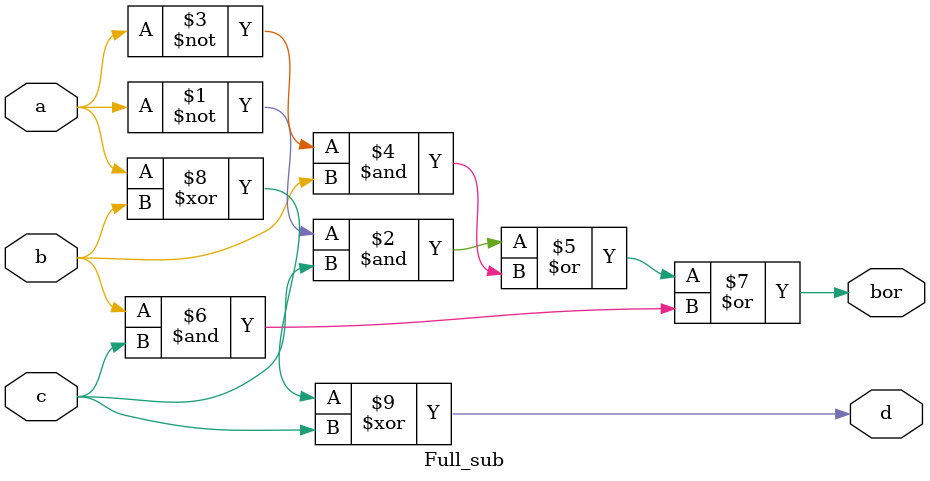
<source format=v>
`timescale 1ns / 1ps
module Full_sub(input a,b,c, output d,bor);
    assign {d,bor}={a^b^c,~a&c|~a&b|b&c};
endmodule

</source>
